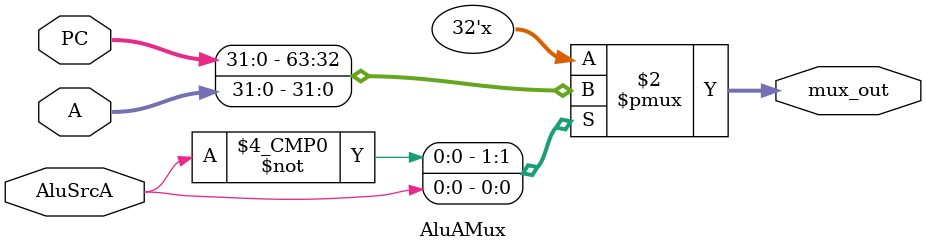
<source format=sv>
module AluAMux(AluSrcA, A, PC, mux_out);
input logic AluSrcA;
input logic [31:0] PC, A;
output logic [31:0] mux_out;

always @ (AluSrcA) begin
case(AluSrcA)
1'b0:mux_out <= PC;
1'b1:mux_out <= A;
endcase
end
endmodule

</source>
